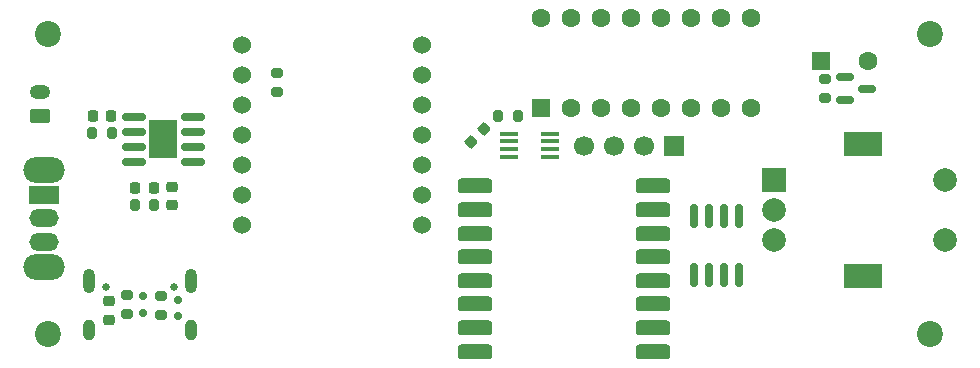
<source format=gbr>
%TF.GenerationSoftware,KiCad,Pcbnew,9.0.2*%
%TF.CreationDate,2025-07-15T17:58:13-04:00*%
%TF.ProjectId,raven-caller,72617665-6e2d-4636-916c-6c65722e6b69,rev?*%
%TF.SameCoordinates,Original*%
%TF.FileFunction,Soldermask,Bot*%
%TF.FilePolarity,Negative*%
%FSLAX46Y46*%
G04 Gerber Fmt 4.6, Leading zero omitted, Abs format (unit mm)*
G04 Created by KiCad (PCBNEW 9.0.2) date 2025-07-15 17:58:13*
%MOMM*%
%LPD*%
G01*
G04 APERTURE LIST*
G04 Aperture macros list*
%AMRoundRect*
0 Rectangle with rounded corners*
0 $1 Rounding radius*
0 $2 $3 $4 $5 $6 $7 $8 $9 X,Y pos of 4 corners*
0 Add a 4 corners polygon primitive as box body*
4,1,4,$2,$3,$4,$5,$6,$7,$8,$9,$2,$3,0*
0 Add four circle primitives for the rounded corners*
1,1,$1+$1,$2,$3*
1,1,$1+$1,$4,$5*
1,1,$1+$1,$6,$7*
1,1,$1+$1,$8,$9*
0 Add four rect primitives between the rounded corners*
20,1,$1+$1,$2,$3,$4,$5,0*
20,1,$1+$1,$4,$5,$6,$7,0*
20,1,$1+$1,$6,$7,$8,$9,0*
20,1,$1+$1,$8,$9,$2,$3,0*%
G04 Aperture macros list end*
%ADD10C,2.000000*%
%ADD11R,3.200000X2.000000*%
%ADD12R,2.000000X2.000000*%
%ADD13C,2.200000*%
%ADD14RoundRect,0.250000X0.550000X-0.550000X0.550000X0.550000X-0.550000X0.550000X-0.550000X-0.550000X0*%
%ADD15C,1.600000*%
%ADD16C,1.524000*%
%ADD17C,0.650000*%
%ADD18O,1.000000X2.100000*%
%ADD19O,1.000000X1.800000*%
%ADD20R,1.600000X1.600000*%
%ADD21R,1.700000X1.700000*%
%ADD22C,1.700000*%
%ADD23RoundRect,0.250000X0.625000X-0.350000X0.625000X0.350000X-0.625000X0.350000X-0.625000X-0.350000X0*%
%ADD24O,1.750000X1.200000*%
%ADD25O,3.500000X2.200000*%
%ADD26R,2.500000X1.500000*%
%ADD27O,2.500000X1.500000*%
%ADD28RoundRect,0.200000X0.275000X-0.200000X0.275000X0.200000X-0.275000X0.200000X-0.275000X-0.200000X0*%
%ADD29R,1.600000X0.300000*%
%ADD30RoundRect,0.150000X0.200000X-0.150000X0.200000X0.150000X-0.200000X0.150000X-0.200000X-0.150000X0*%
%ADD31RoundRect,0.200000X-0.275000X0.200000X-0.275000X-0.200000X0.275000X-0.200000X0.275000X0.200000X0*%
%ADD32RoundRect,0.200000X-0.200000X-0.275000X0.200000X-0.275000X0.200000X0.275000X-0.200000X0.275000X0*%
%ADD33RoundRect,0.150000X-0.587500X-0.150000X0.587500X-0.150000X0.587500X0.150000X-0.587500X0.150000X0*%
%ADD34RoundRect,0.225000X0.017678X-0.335876X0.335876X-0.017678X-0.017678X0.335876X-0.335876X0.017678X0*%
%ADD35RoundRect,0.225000X-0.250000X0.225000X-0.250000X-0.225000X0.250000X-0.225000X0.250000X0.225000X0*%
%ADD36RoundRect,0.150000X0.150000X-0.825000X0.150000X0.825000X-0.150000X0.825000X-0.150000X-0.825000X0*%
%ADD37RoundRect,0.218750X-0.218750X-0.256250X0.218750X-0.256250X0.218750X0.256250X-0.218750X0.256250X0*%
%ADD38RoundRect,0.200000X0.200000X0.275000X-0.200000X0.275000X-0.200000X-0.275000X0.200000X-0.275000X0*%
%ADD39RoundRect,0.225000X-0.225000X-0.250000X0.225000X-0.250000X0.225000X0.250000X-0.225000X0.250000X0*%
%ADD40RoundRect,0.150000X0.825000X0.150000X-0.825000X0.150000X-0.825000X-0.150000X0.825000X-0.150000X0*%
%ADD41R,2.410000X3.300000*%
%ADD42RoundRect,0.225000X0.250000X-0.225000X0.250000X0.225000X-0.250000X0.225000X-0.250000X-0.225000X0*%
%ADD43RoundRect,0.317500X-1.157500X-0.317500X1.157500X-0.317500X1.157500X0.317500X-1.157500X0.317500X0*%
G04 APERTURE END LIST*
D10*
%TO.C,SW1*%
X197300000Y-106500000D03*
X197300000Y-111500000D03*
D11*
X190300000Y-114600000D03*
X190300000Y-103400000D03*
D10*
X182800000Y-109000000D03*
X182800000Y-111500000D03*
D12*
X182800000Y-106500000D03*
%TD*%
D13*
%TO.C,H4*%
X121300000Y-94100000D03*
%TD*%
D14*
%TO.C,U4*%
X163110000Y-100405000D03*
D15*
X165650000Y-100405000D03*
X168190000Y-100405000D03*
X170730000Y-100405000D03*
X173270000Y-100405000D03*
X175810000Y-100405000D03*
X178350000Y-100405000D03*
X180890000Y-100405000D03*
X180890000Y-92785000D03*
X178350000Y-92785000D03*
X175810000Y-92785000D03*
X173270000Y-92785000D03*
X170730000Y-92785000D03*
X168190000Y-92785000D03*
X165650000Y-92785000D03*
X163110000Y-92785000D03*
%TD*%
D16*
%TO.C,U12*%
X137800000Y-95060000D03*
X137800000Y-97600000D03*
X137800000Y-100140000D03*
X137800000Y-102680000D03*
X137800000Y-105220000D03*
X137800000Y-107760000D03*
X137800000Y-110300000D03*
X153040000Y-110300000D03*
X153040000Y-107760000D03*
X153040000Y-105220000D03*
X153040000Y-102680000D03*
X153040000Y-100140000D03*
X153040000Y-97600000D03*
X153040000Y-95060000D03*
%TD*%
D17*
%TO.C,J7*%
X126220000Y-115500000D03*
X132000000Y-115500000D03*
D18*
X124790000Y-115000000D03*
D19*
X124790000Y-119180000D03*
D18*
X133430000Y-115000000D03*
D19*
X133430000Y-119180000D03*
%TD*%
D20*
%TO.C,BZ2*%
X186799999Y-96400000D03*
D15*
X190799999Y-96400000D03*
%TD*%
D21*
%TO.C,J1*%
X174310000Y-103615000D03*
D22*
X171770000Y-103615000D03*
X169230000Y-103615000D03*
X166690000Y-103615000D03*
%TD*%
D23*
%TO.C,J2*%
X120650000Y-101000000D03*
D24*
X120650000Y-99000000D03*
%TD*%
D13*
%TO.C,H3*%
X121300000Y-119500000D03*
%TD*%
D25*
%TO.C,SW2*%
X121000000Y-105600000D03*
X121000000Y-113800000D03*
D26*
X121000000Y-107700000D03*
D27*
X121000000Y-109700000D03*
X121000000Y-111700000D03*
%TD*%
D13*
%TO.C,H1*%
X196000000Y-119500000D03*
%TD*%
%TO.C,H2*%
X196000000Y-94100000D03*
%TD*%
D28*
%TO.C,R1*%
X187087500Y-99550000D03*
X187087500Y-97900000D03*
%TD*%
D29*
%TO.C,U11*%
X163800000Y-102525000D03*
X163800000Y-103175000D03*
X163800000Y-103825000D03*
X163800000Y-104475000D03*
X160400000Y-104475000D03*
X160400000Y-103825000D03*
X160400000Y-103175000D03*
X160400000Y-102525000D03*
%TD*%
D30*
%TO.C,U8*%
X129422687Y-116317494D03*
X129422687Y-117717494D03*
%TD*%
D31*
%TO.C,R16*%
X130900000Y-116275000D03*
X130900000Y-117925000D03*
%TD*%
D32*
%TO.C,R6*%
X128675000Y-108570000D03*
X130325000Y-108570000D03*
%TD*%
D33*
%TO.C,Q1*%
X188825000Y-99675000D03*
X188825000Y-97775000D03*
X190700000Y-98725000D03*
%TD*%
D34*
%TO.C,C6*%
X157151992Y-103248008D03*
X158248008Y-102151992D03*
%TD*%
D35*
%TO.C,C1*%
X126500000Y-116725000D03*
X126500000Y-118275000D03*
%TD*%
D32*
%TO.C,R7*%
X159475000Y-101000000D03*
X161125000Y-101000000D03*
%TD*%
D36*
%TO.C,U3*%
X179804999Y-114475001D03*
X178534999Y-114475001D03*
X177264999Y-114475001D03*
X175994999Y-114475001D03*
X175994999Y-109525001D03*
X177264999Y-109525001D03*
X178534999Y-109525001D03*
X179804999Y-109525001D03*
%TD*%
D37*
%TO.C,D3*%
X125112499Y-101000000D03*
X126687501Y-101000000D03*
%TD*%
D30*
%TO.C,U9*%
X132327927Y-116613528D03*
X132327927Y-118013528D03*
%TD*%
D31*
%TO.C,R8*%
X140700000Y-97375000D03*
X140700000Y-99025000D03*
%TD*%
D28*
%TO.C,R15*%
X128000000Y-117825000D03*
X128000000Y-116175000D03*
%TD*%
D38*
%TO.C,R3*%
X126725000Y-102500000D03*
X125075000Y-102500000D03*
%TD*%
D39*
%TO.C,C3*%
X128725000Y-107100000D03*
X130275000Y-107100000D03*
%TD*%
D40*
%TO.C,U6*%
X133575000Y-101095000D03*
X133575000Y-102365000D03*
X133575000Y-103635000D03*
X133575000Y-104905000D03*
X128625000Y-104905000D03*
X128625000Y-103635000D03*
X128625000Y-102365000D03*
X128625000Y-101095000D03*
D41*
X131100000Y-103000000D03*
%TD*%
D42*
%TO.C,C4*%
X131800000Y-108575000D03*
X131800000Y-107025000D03*
%TD*%
D43*
%TO.C,U2*%
X157475000Y-121000000D03*
X157475000Y-118999999D03*
X157475000Y-117000000D03*
X157475000Y-115000000D03*
X157475000Y-113000000D03*
X157475000Y-111000000D03*
X157475000Y-109000001D03*
X157475000Y-107000000D03*
X172525000Y-107000000D03*
X172525000Y-109000001D03*
X172525000Y-111000000D03*
X172525000Y-113000000D03*
X172525000Y-115000000D03*
X172525000Y-117000000D03*
X172525000Y-118999999D03*
X172525000Y-121000000D03*
%TD*%
M02*

</source>
